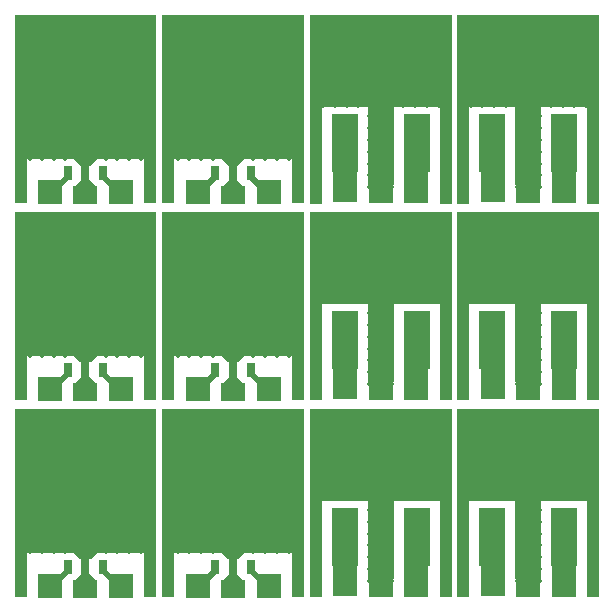
<source format=gtl>
G04 #@! TF.FileFunction,Copper,L1,Top,Signal*
%FSLAX46Y46*%
G04 Gerber Fmt 4.6, Leading zero omitted, Abs format (unit mm)*
G04 Created by KiCad (PCBNEW 4.0.1-stable) date 7/31/2016 2:21:32 PM*
%MOMM*%
G01*
G04 APERTURE LIST*
%ADD10C,0.100000*%
%ADD11C,0.500000*%
%ADD12R,1.000000X9.000000*%
%ADD13R,2.000000X2.800000*%
%ADD14R,2.160000X4.900000*%
%ADD15C,3.000000*%
%ADD16R,12.000000X7.800000*%
%ADD17R,2.260000X7.200000*%
%ADD18R,2.000000X1.600000*%
%ADD19R,10.600000X12.300000*%
%ADD20R,1.000000X16.000000*%
%ADD21R,0.700000X1.250000*%
%ADD22R,0.700000X1.500000*%
%ADD23R,1.900000X2.475000*%
%ADD24R,2.000000X2.000000*%
%ADD25R,2.000000X1.500000*%
G04 APERTURE END LIST*
D10*
D11*
X48650000Y-35334000D03*
X47650000Y-35334000D03*
X46650000Y-35334000D03*
X45650000Y-35334000D03*
X45650000Y-36334000D03*
X46650000Y-36334000D03*
X47650000Y-36334000D03*
X48650000Y-36334000D03*
X48650000Y-37334000D03*
X47650000Y-37334000D03*
X46650000Y-37334000D03*
X45650000Y-37334000D03*
X38850000Y-37334000D03*
X39850000Y-37334000D03*
X40850000Y-37334000D03*
X41850000Y-37334000D03*
X41850000Y-36334000D03*
X40850000Y-36334000D03*
X39850000Y-36334000D03*
X38850000Y-36334000D03*
X38850000Y-35334000D03*
X39850000Y-35334000D03*
X40850000Y-35334000D03*
X41850000Y-35334000D03*
X48650000Y-41334000D03*
X47650000Y-41334000D03*
X46650000Y-41334000D03*
X45650000Y-41334000D03*
X44650000Y-40334000D03*
X45650000Y-40334000D03*
X46650000Y-40334000D03*
X47650000Y-40334000D03*
X48650000Y-40334000D03*
X48650000Y-39334000D03*
X47650000Y-39334000D03*
X46650000Y-39334000D03*
X45650000Y-39334000D03*
X44650000Y-39334000D03*
X44650000Y-38334000D03*
X45650000Y-38334000D03*
X46650000Y-38334000D03*
X47650000Y-38334000D03*
X48650000Y-38334000D03*
X43750000Y-38834000D03*
X43750000Y-39834000D03*
X42850000Y-38334000D03*
X41850000Y-38334000D03*
X40850000Y-38334000D03*
X39850000Y-38334000D03*
X38850000Y-38334000D03*
X38850000Y-39334000D03*
X39850000Y-39334000D03*
X40850000Y-39334000D03*
X41850000Y-39334000D03*
X42850000Y-39334000D03*
X42850000Y-40334000D03*
X41850000Y-40334000D03*
X40850000Y-40334000D03*
X39850000Y-40334000D03*
X38850000Y-40334000D03*
X41850000Y-41334000D03*
X40850000Y-41334000D03*
X39850000Y-41334000D03*
X38850000Y-41334000D03*
X43750000Y-40834000D03*
X43750000Y-46834000D03*
X43750000Y-47834000D03*
X43750000Y-41834000D03*
X43750000Y-42834000D03*
X43750000Y-43834000D03*
X43750000Y-44834000D03*
X43750000Y-45834000D03*
X44650000Y-46334000D03*
X44650000Y-47334000D03*
X44650000Y-48334000D03*
X42850000Y-46334000D03*
X42850000Y-47334000D03*
X42850000Y-48334000D03*
X44650000Y-41334000D03*
X44650000Y-42334000D03*
X44650000Y-43334000D03*
X44650000Y-44334000D03*
X44650000Y-45334000D03*
X42850000Y-41334000D03*
X42850000Y-42334000D03*
X42850000Y-43334000D03*
X42850000Y-44334000D03*
X42850000Y-45334000D03*
D12*
X49250000Y-45234000D03*
X38250000Y-45234000D03*
D13*
X46750000Y-48334000D03*
D14*
X46800000Y-44634000D03*
D15*
X43750000Y-36734000D03*
D16*
X43750000Y-37634000D03*
D14*
X40700000Y-44634000D03*
D17*
X43750000Y-44634000D03*
D13*
X40750000Y-48234000D03*
D18*
X43750000Y-48934000D03*
D11*
X36150000Y-35334000D03*
X35150000Y-35334000D03*
X34150000Y-35334000D03*
X33150000Y-35334000D03*
X33150000Y-36334000D03*
X34150000Y-36334000D03*
X35150000Y-36334000D03*
X36150000Y-36334000D03*
X36150000Y-37334000D03*
X35150000Y-37334000D03*
X34150000Y-37334000D03*
X33150000Y-37334000D03*
X26350000Y-37334000D03*
X27350000Y-37334000D03*
X28350000Y-37334000D03*
X29350000Y-37334000D03*
X29350000Y-36334000D03*
X28350000Y-36334000D03*
X27350000Y-36334000D03*
X26350000Y-36334000D03*
X26350000Y-35334000D03*
X27350000Y-35334000D03*
X28350000Y-35334000D03*
X29350000Y-35334000D03*
X36150000Y-41334000D03*
X35150000Y-41334000D03*
X34150000Y-41334000D03*
X33150000Y-41334000D03*
X32150000Y-40334000D03*
X33150000Y-40334000D03*
X34150000Y-40334000D03*
X35150000Y-40334000D03*
X36150000Y-40334000D03*
X36150000Y-39334000D03*
X35150000Y-39334000D03*
X34150000Y-39334000D03*
X33150000Y-39334000D03*
X32150000Y-39334000D03*
X32150000Y-38334000D03*
X33150000Y-38334000D03*
X34150000Y-38334000D03*
X35150000Y-38334000D03*
X36150000Y-38334000D03*
X31250000Y-38834000D03*
X31250000Y-39834000D03*
X30350000Y-38334000D03*
X29350000Y-38334000D03*
X28350000Y-38334000D03*
X27350000Y-38334000D03*
X26350000Y-38334000D03*
X26350000Y-39334000D03*
X27350000Y-39334000D03*
X28350000Y-39334000D03*
X29350000Y-39334000D03*
X30350000Y-39334000D03*
X30350000Y-40334000D03*
X29350000Y-40334000D03*
X28350000Y-40334000D03*
X27350000Y-40334000D03*
X26350000Y-40334000D03*
X29350000Y-41334000D03*
X28350000Y-41334000D03*
X27350000Y-41334000D03*
X26350000Y-41334000D03*
X31250000Y-40834000D03*
X31250000Y-46834000D03*
X31250000Y-47834000D03*
X31250000Y-41834000D03*
X31250000Y-42834000D03*
X31250000Y-43834000D03*
X31250000Y-44834000D03*
X31250000Y-45834000D03*
X32150000Y-46334000D03*
X32150000Y-47334000D03*
X32150000Y-48334000D03*
X30350000Y-46334000D03*
X30350000Y-47334000D03*
X30350000Y-48334000D03*
X32150000Y-41334000D03*
X32150000Y-42334000D03*
X32150000Y-43334000D03*
X32150000Y-44334000D03*
X32150000Y-45334000D03*
X30350000Y-41334000D03*
X30350000Y-42334000D03*
X30350000Y-43334000D03*
X30350000Y-44334000D03*
X30350000Y-45334000D03*
D12*
X36750000Y-45234000D03*
X25750000Y-45234000D03*
D13*
X34250000Y-48334000D03*
D14*
X34300000Y-44634000D03*
D15*
X31250000Y-36734000D03*
D16*
X31250000Y-37634000D03*
D14*
X28200000Y-44634000D03*
D17*
X31250000Y-44634000D03*
D13*
X28250000Y-48234000D03*
D18*
X31250000Y-48934000D03*
D11*
X48650000Y-18667000D03*
X47650000Y-18667000D03*
X46650000Y-18667000D03*
X45650000Y-18667000D03*
X45650000Y-19667000D03*
X46650000Y-19667000D03*
X47650000Y-19667000D03*
X48650000Y-19667000D03*
X48650000Y-20667000D03*
X47650000Y-20667000D03*
X46650000Y-20667000D03*
X45650000Y-20667000D03*
X38850000Y-20667000D03*
X39850000Y-20667000D03*
X40850000Y-20667000D03*
X41850000Y-20667000D03*
X41850000Y-19667000D03*
X40850000Y-19667000D03*
X39850000Y-19667000D03*
X38850000Y-19667000D03*
X38850000Y-18667000D03*
X39850000Y-18667000D03*
X40850000Y-18667000D03*
X41850000Y-18667000D03*
X48650000Y-24667000D03*
X47650000Y-24667000D03*
X46650000Y-24667000D03*
X45650000Y-24667000D03*
X44650000Y-23667000D03*
X45650000Y-23667000D03*
X46650000Y-23667000D03*
X47650000Y-23667000D03*
X48650000Y-23667000D03*
X48650000Y-22667000D03*
X47650000Y-22667000D03*
X46650000Y-22667000D03*
X45650000Y-22667000D03*
X44650000Y-22667000D03*
X44650000Y-21667000D03*
X45650000Y-21667000D03*
X46650000Y-21667000D03*
X47650000Y-21667000D03*
X48650000Y-21667000D03*
X43750000Y-22167000D03*
X43750000Y-23167000D03*
X42850000Y-21667000D03*
X41850000Y-21667000D03*
X40850000Y-21667000D03*
X39850000Y-21667000D03*
X38850000Y-21667000D03*
X38850000Y-22667000D03*
X39850000Y-22667000D03*
X40850000Y-22667000D03*
X41850000Y-22667000D03*
X42850000Y-22667000D03*
X42850000Y-23667000D03*
X41850000Y-23667000D03*
X40850000Y-23667000D03*
X39850000Y-23667000D03*
X38850000Y-23667000D03*
X41850000Y-24667000D03*
X40850000Y-24667000D03*
X39850000Y-24667000D03*
X38850000Y-24667000D03*
X43750000Y-24167000D03*
X43750000Y-30167000D03*
X43750000Y-31167000D03*
X43750000Y-25167000D03*
X43750000Y-26167000D03*
X43750000Y-27167000D03*
X43750000Y-28167000D03*
X43750000Y-29167000D03*
X44650000Y-29667000D03*
X44650000Y-30667000D03*
X44650000Y-31667000D03*
X42850000Y-29667000D03*
X42850000Y-30667000D03*
X42850000Y-31667000D03*
X44650000Y-24667000D03*
X44650000Y-25667000D03*
X44650000Y-26667000D03*
X44650000Y-27667000D03*
X44650000Y-28667000D03*
X42850000Y-24667000D03*
X42850000Y-25667000D03*
X42850000Y-26667000D03*
X42850000Y-27667000D03*
X42850000Y-28667000D03*
D12*
X49250000Y-28567000D03*
X38250000Y-28567000D03*
D13*
X46750000Y-31667000D03*
D14*
X46800000Y-27967000D03*
D15*
X43750000Y-20067000D03*
D16*
X43750000Y-20967000D03*
D14*
X40700000Y-27967000D03*
D17*
X43750000Y-27967000D03*
D13*
X40750000Y-31567000D03*
D18*
X43750000Y-32267000D03*
D11*
X36150000Y-18667000D03*
X35150000Y-18667000D03*
X34150000Y-18667000D03*
X33150000Y-18667000D03*
X33150000Y-19667000D03*
X34150000Y-19667000D03*
X35150000Y-19667000D03*
X36150000Y-19667000D03*
X36150000Y-20667000D03*
X35150000Y-20667000D03*
X34150000Y-20667000D03*
X33150000Y-20667000D03*
X26350000Y-20667000D03*
X27350000Y-20667000D03*
X28350000Y-20667000D03*
X29350000Y-20667000D03*
X29350000Y-19667000D03*
X28350000Y-19667000D03*
X27350000Y-19667000D03*
X26350000Y-19667000D03*
X26350000Y-18667000D03*
X27350000Y-18667000D03*
X28350000Y-18667000D03*
X29350000Y-18667000D03*
X36150000Y-24667000D03*
X35150000Y-24667000D03*
X34150000Y-24667000D03*
X33150000Y-24667000D03*
X32150000Y-23667000D03*
X33150000Y-23667000D03*
X34150000Y-23667000D03*
X35150000Y-23667000D03*
X36150000Y-23667000D03*
X36150000Y-22667000D03*
X35150000Y-22667000D03*
X34150000Y-22667000D03*
X33150000Y-22667000D03*
X32150000Y-22667000D03*
X32150000Y-21667000D03*
X33150000Y-21667000D03*
X34150000Y-21667000D03*
X35150000Y-21667000D03*
X36150000Y-21667000D03*
X31250000Y-22167000D03*
X31250000Y-23167000D03*
X30350000Y-21667000D03*
X29350000Y-21667000D03*
X28350000Y-21667000D03*
X27350000Y-21667000D03*
X26350000Y-21667000D03*
X26350000Y-22667000D03*
X27350000Y-22667000D03*
X28350000Y-22667000D03*
X29350000Y-22667000D03*
X30350000Y-22667000D03*
X30350000Y-23667000D03*
X29350000Y-23667000D03*
X28350000Y-23667000D03*
X27350000Y-23667000D03*
X26350000Y-23667000D03*
X29350000Y-24667000D03*
X28350000Y-24667000D03*
X27350000Y-24667000D03*
X26350000Y-24667000D03*
X31250000Y-24167000D03*
X31250000Y-30167000D03*
X31250000Y-31167000D03*
X31250000Y-25167000D03*
X31250000Y-26167000D03*
X31250000Y-27167000D03*
X31250000Y-28167000D03*
X31250000Y-29167000D03*
X32150000Y-29667000D03*
X32150000Y-30667000D03*
X32150000Y-31667000D03*
X30350000Y-29667000D03*
X30350000Y-30667000D03*
X30350000Y-31667000D03*
X32150000Y-24667000D03*
X32150000Y-25667000D03*
X32150000Y-26667000D03*
X32150000Y-27667000D03*
X32150000Y-28667000D03*
X30350000Y-24667000D03*
X30350000Y-25667000D03*
X30350000Y-26667000D03*
X30350000Y-27667000D03*
X30350000Y-28667000D03*
D12*
X36750000Y-28567000D03*
X25750000Y-28567000D03*
D13*
X34250000Y-31667000D03*
D14*
X34300000Y-27967000D03*
D15*
X31250000Y-20067000D03*
D16*
X31250000Y-20967000D03*
D14*
X28200000Y-27967000D03*
D17*
X31250000Y-27967000D03*
D13*
X28250000Y-31567000D03*
D18*
X31250000Y-32267000D03*
D11*
X48650000Y-2000000D03*
X47650000Y-2000000D03*
X46650000Y-2000000D03*
X45650000Y-2000000D03*
X45650000Y-3000000D03*
X46650000Y-3000000D03*
X47650000Y-3000000D03*
X48650000Y-3000000D03*
X48650000Y-4000000D03*
X47650000Y-4000000D03*
X46650000Y-4000000D03*
X45650000Y-4000000D03*
X38850000Y-4000000D03*
X39850000Y-4000000D03*
X40850000Y-4000000D03*
X41850000Y-4000000D03*
X41850000Y-3000000D03*
X40850000Y-3000000D03*
X39850000Y-3000000D03*
X38850000Y-3000000D03*
X38850000Y-2000000D03*
X39850000Y-2000000D03*
X40850000Y-2000000D03*
X41850000Y-2000000D03*
X48650000Y-8000000D03*
X47650000Y-8000000D03*
X46650000Y-8000000D03*
X45650000Y-8000000D03*
X44650000Y-7000000D03*
X45650000Y-7000000D03*
X46650000Y-7000000D03*
X47650000Y-7000000D03*
X48650000Y-7000000D03*
X48650000Y-6000000D03*
X47650000Y-6000000D03*
X46650000Y-6000000D03*
X45650000Y-6000000D03*
X44650000Y-6000000D03*
X44650000Y-5000000D03*
X45650000Y-5000000D03*
X46650000Y-5000000D03*
X47650000Y-5000000D03*
X48650000Y-5000000D03*
X43750000Y-5500000D03*
X43750000Y-6500000D03*
X42850000Y-5000000D03*
X41850000Y-5000000D03*
X40850000Y-5000000D03*
X39850000Y-5000000D03*
X38850000Y-5000000D03*
X38850000Y-6000000D03*
X39850000Y-6000000D03*
X40850000Y-6000000D03*
X41850000Y-6000000D03*
X42850000Y-6000000D03*
X42850000Y-7000000D03*
X41850000Y-7000000D03*
X40850000Y-7000000D03*
X39850000Y-7000000D03*
X38850000Y-7000000D03*
X41850000Y-8000000D03*
X40850000Y-8000000D03*
X39850000Y-8000000D03*
X38850000Y-8000000D03*
X43750000Y-7500000D03*
X43750000Y-13500000D03*
X43750000Y-14500000D03*
X43750000Y-8500000D03*
X43750000Y-9500000D03*
X43750000Y-10500000D03*
X43750000Y-11500000D03*
X43750000Y-12500000D03*
X44650000Y-13000000D03*
X44650000Y-14000000D03*
X44650000Y-15000000D03*
X42850000Y-13000000D03*
X42850000Y-14000000D03*
X42850000Y-15000000D03*
X44650000Y-8000000D03*
X44650000Y-9000000D03*
X44650000Y-10000000D03*
X44650000Y-11000000D03*
X44650000Y-12000000D03*
X42850000Y-8000000D03*
X42850000Y-9000000D03*
X42850000Y-10000000D03*
X42850000Y-11000000D03*
X42850000Y-12000000D03*
D12*
X49250000Y-11900000D03*
X38250000Y-11900000D03*
D13*
X46750000Y-15000000D03*
D14*
X46800000Y-11300000D03*
D15*
X43750000Y-3400000D03*
D16*
X43750000Y-4300000D03*
D14*
X40700000Y-11300000D03*
D17*
X43750000Y-11300000D03*
D13*
X40750000Y-14900000D03*
D18*
X43750000Y-15600000D03*
D11*
X36150000Y-2000000D03*
X35150000Y-2000000D03*
X34150000Y-2000000D03*
X33150000Y-2000000D03*
X33150000Y-3000000D03*
X34150000Y-3000000D03*
X35150000Y-3000000D03*
X36150000Y-3000000D03*
X36150000Y-4000000D03*
X35150000Y-4000000D03*
X34150000Y-4000000D03*
X33150000Y-4000000D03*
X26350000Y-4000000D03*
X27350000Y-4000000D03*
X28350000Y-4000000D03*
X29350000Y-4000000D03*
X29350000Y-3000000D03*
X28350000Y-3000000D03*
X27350000Y-3000000D03*
X26350000Y-3000000D03*
X26350000Y-2000000D03*
X27350000Y-2000000D03*
X28350000Y-2000000D03*
X29350000Y-2000000D03*
X36150000Y-8000000D03*
X35150000Y-8000000D03*
X34150000Y-8000000D03*
X33150000Y-8000000D03*
X32150000Y-7000000D03*
X33150000Y-7000000D03*
X34150000Y-7000000D03*
X35150000Y-7000000D03*
X36150000Y-7000000D03*
X36150000Y-6000000D03*
X35150000Y-6000000D03*
X34150000Y-6000000D03*
X33150000Y-6000000D03*
X32150000Y-6000000D03*
X32150000Y-5000000D03*
X33150000Y-5000000D03*
X34150000Y-5000000D03*
X35150000Y-5000000D03*
X36150000Y-5000000D03*
X31250000Y-5500000D03*
X31250000Y-6500000D03*
X30350000Y-5000000D03*
X29350000Y-5000000D03*
X28350000Y-5000000D03*
X27350000Y-5000000D03*
X26350000Y-5000000D03*
X26350000Y-6000000D03*
X27350000Y-6000000D03*
X28350000Y-6000000D03*
X29350000Y-6000000D03*
X30350000Y-6000000D03*
X30350000Y-7000000D03*
X29350000Y-7000000D03*
X28350000Y-7000000D03*
X27350000Y-7000000D03*
X26350000Y-7000000D03*
X29350000Y-8000000D03*
X28350000Y-8000000D03*
X27350000Y-8000000D03*
X26350000Y-8000000D03*
X31250000Y-7500000D03*
X31250000Y-13500000D03*
X31250000Y-14500000D03*
X31250000Y-8500000D03*
X31250000Y-9500000D03*
X31250000Y-10500000D03*
X31250000Y-11500000D03*
X31250000Y-12500000D03*
X32150000Y-13000000D03*
X32150000Y-14000000D03*
X32150000Y-15000000D03*
X30350000Y-13000000D03*
X30350000Y-14000000D03*
X30350000Y-15000000D03*
X32150000Y-8000000D03*
X32150000Y-9000000D03*
X32150000Y-10000000D03*
X32150000Y-11000000D03*
X32150000Y-12000000D03*
X30350000Y-8000000D03*
X30350000Y-9000000D03*
X30350000Y-10000000D03*
X30350000Y-11000000D03*
X30350000Y-12000000D03*
D12*
X36750000Y-11900000D03*
X25750000Y-11900000D03*
D13*
X34250000Y-15000000D03*
D14*
X34300000Y-11300000D03*
D15*
X31250000Y-3400000D03*
D16*
X31250000Y-4300000D03*
D14*
X28200000Y-11300000D03*
D17*
X31250000Y-11300000D03*
D13*
X28250000Y-14900000D03*
D18*
X31250000Y-15600000D03*
D19*
X6250000Y-6550000D03*
D11*
X10950000Y-2500000D03*
X9950000Y-2500000D03*
X8950000Y-2500000D03*
X7950000Y-2500000D03*
X7950000Y-3500000D03*
X8950000Y-3500000D03*
X9950000Y-3500000D03*
X10950000Y-3500000D03*
X10950000Y-4500000D03*
X9950000Y-4500000D03*
X8950000Y-4500000D03*
X7950000Y-4500000D03*
X1550000Y-4500000D03*
X2550000Y-4500000D03*
X3550000Y-4500000D03*
X4550000Y-4500000D03*
X4550000Y-3500000D03*
X3550000Y-3500000D03*
X2550000Y-3500000D03*
X1550000Y-3500000D03*
X1550000Y-2500000D03*
X2550000Y-2500000D03*
X3550000Y-2500000D03*
X4550000Y-2500000D03*
X6250000Y-9000000D03*
X6950000Y-6500000D03*
X6950000Y-7500000D03*
X6950000Y-8500000D03*
X5550000Y-8500000D03*
X5550000Y-7500000D03*
X5550000Y-6500000D03*
D20*
X11750000Y-8400000D03*
D11*
X6250000Y-13000000D03*
X6250000Y-10000000D03*
X6250000Y-12000000D03*
X6250000Y-11000000D03*
X4550000Y-12500000D03*
X3550000Y-12500000D03*
X2550000Y-12500000D03*
X1550000Y-12500000D03*
X6950000Y-12500000D03*
X5550000Y-12500000D03*
X6950000Y-11500000D03*
X6950000Y-9500000D03*
X5550000Y-9500000D03*
X5550000Y-5500000D03*
X6950000Y-5500000D03*
X10950000Y-12500000D03*
X9950000Y-12500000D03*
X8950000Y-12500000D03*
X7950000Y-12500000D03*
X7950000Y-11500000D03*
X8950000Y-11500000D03*
X9950000Y-11500000D03*
X10950000Y-11500000D03*
X10950000Y-10500000D03*
X9950000Y-10500000D03*
X8950000Y-10500000D03*
X7950000Y-10500000D03*
X7950000Y-9500000D03*
X8950000Y-9500000D03*
X9950000Y-9500000D03*
X10950000Y-9500000D03*
X10950000Y-8500000D03*
X9950000Y-8500000D03*
X8950000Y-8500000D03*
X7950000Y-8500000D03*
X7950000Y-7500000D03*
X8950000Y-7500000D03*
X9950000Y-7500000D03*
X10950000Y-7500000D03*
X10950000Y-6500000D03*
X9950000Y-6500000D03*
X8950000Y-6500000D03*
X7950000Y-6500000D03*
X7950000Y-5500000D03*
X8950000Y-5500000D03*
X9950000Y-5500000D03*
X10950000Y-5500000D03*
X4550000Y-5500000D03*
X3550000Y-5500000D03*
X2550000Y-5500000D03*
X1550000Y-5500000D03*
X1550000Y-6500000D03*
X2550000Y-6500000D03*
X3550000Y-6500000D03*
X4550000Y-6500000D03*
X4550000Y-7500000D03*
X3550000Y-7500000D03*
X2550000Y-7500000D03*
X1550000Y-7500000D03*
X1550000Y-8500000D03*
X2550000Y-8500000D03*
X3550000Y-8500000D03*
X4550000Y-8500000D03*
X4550000Y-9500000D03*
X3550000Y-9500000D03*
X2550000Y-9500000D03*
X1550000Y-9500000D03*
X1550000Y-10500000D03*
X2550000Y-10500000D03*
X3550000Y-10500000D03*
X4550000Y-10500000D03*
X4550000Y-11500000D03*
X3550000Y-11500000D03*
X2550000Y-11500000D03*
X1550000Y-11500000D03*
X6950000Y-10500000D03*
X5550000Y-11500000D03*
D21*
X4750000Y-13800000D03*
D22*
X6250000Y-13800000D03*
D21*
X7750000Y-13800000D03*
D10*
G36*
X7200000Y-12650000D02*
X6675000Y-13175000D01*
X5825000Y-13175000D01*
X5300000Y-12650000D01*
X7200000Y-12650000D01*
X7200000Y-12650000D01*
G37*
D23*
X6250000Y-11412500D03*
D11*
X5550000Y-10500000D03*
D24*
X3250000Y-15400000D03*
D10*
G36*
X5400000Y-14930000D02*
X5900000Y-14430000D01*
X6600000Y-14430000D01*
X7100000Y-14930000D01*
X5400000Y-14930000D01*
X5400000Y-14930000D01*
G37*
D25*
X6250000Y-15650000D03*
D24*
X9250000Y-15400000D03*
D10*
G36*
X4173223Y-15030330D02*
X3819670Y-14676777D01*
X4526777Y-13969670D01*
X4880330Y-14323223D01*
X4173223Y-15030330D01*
X4173223Y-15030330D01*
G37*
G36*
X8326777Y-15030330D02*
X7619670Y-14323223D01*
X7973223Y-13969670D01*
X8680330Y-14676777D01*
X8326777Y-15030330D01*
X8326777Y-15030330D01*
G37*
D15*
X6250000Y-3400000D03*
D20*
X750000Y-8400000D03*
D19*
X18750000Y-6550000D03*
D11*
X23450000Y-2500000D03*
X22450000Y-2500000D03*
X21450000Y-2500000D03*
X20450000Y-2500000D03*
X20450000Y-3500000D03*
X21450000Y-3500000D03*
X22450000Y-3500000D03*
X23450000Y-3500000D03*
X23450000Y-4500000D03*
X22450000Y-4500000D03*
X21450000Y-4500000D03*
X20450000Y-4500000D03*
X14050000Y-4500000D03*
X15050000Y-4500000D03*
X16050000Y-4500000D03*
X17050000Y-4500000D03*
X17050000Y-3500000D03*
X16050000Y-3500000D03*
X15050000Y-3500000D03*
X14050000Y-3500000D03*
X14050000Y-2500000D03*
X15050000Y-2500000D03*
X16050000Y-2500000D03*
X17050000Y-2500000D03*
X18750000Y-9000000D03*
X19450000Y-6500000D03*
X19450000Y-7500000D03*
X19450000Y-8500000D03*
X18050000Y-8500000D03*
X18050000Y-7500000D03*
X18050000Y-6500000D03*
D20*
X24250000Y-8400000D03*
D11*
X18750000Y-13000000D03*
X18750000Y-10000000D03*
X18750000Y-12000000D03*
X18750000Y-11000000D03*
X17050000Y-12500000D03*
X16050000Y-12500000D03*
X15050000Y-12500000D03*
X14050000Y-12500000D03*
X19450000Y-12500000D03*
X18050000Y-12500000D03*
X19450000Y-11500000D03*
X19450000Y-9500000D03*
X18050000Y-9500000D03*
X18050000Y-5500000D03*
X19450000Y-5500000D03*
X23450000Y-12500000D03*
X22450000Y-12500000D03*
X21450000Y-12500000D03*
X20450000Y-12500000D03*
X20450000Y-11500000D03*
X21450000Y-11500000D03*
X22450000Y-11500000D03*
X23450000Y-11500000D03*
X23450000Y-10500000D03*
X22450000Y-10500000D03*
X21450000Y-10500000D03*
X20450000Y-10500000D03*
X20450000Y-9500000D03*
X21450000Y-9500000D03*
X22450000Y-9500000D03*
X23450000Y-9500000D03*
X23450000Y-8500000D03*
X22450000Y-8500000D03*
X21450000Y-8500000D03*
X20450000Y-8500000D03*
X20450000Y-7500000D03*
X21450000Y-7500000D03*
X22450000Y-7500000D03*
X23450000Y-7500000D03*
X23450000Y-6500000D03*
X22450000Y-6500000D03*
X21450000Y-6500000D03*
X20450000Y-6500000D03*
X20450000Y-5500000D03*
X21450000Y-5500000D03*
X22450000Y-5500000D03*
X23450000Y-5500000D03*
X17050000Y-5500000D03*
X16050000Y-5500000D03*
X15050000Y-5500000D03*
X14050000Y-5500000D03*
X14050000Y-6500000D03*
X15050000Y-6500000D03*
X16050000Y-6500000D03*
X17050000Y-6500000D03*
X17050000Y-7500000D03*
X16050000Y-7500000D03*
X15050000Y-7500000D03*
X14050000Y-7500000D03*
X14050000Y-8500000D03*
X15050000Y-8500000D03*
X16050000Y-8500000D03*
X17050000Y-8500000D03*
X17050000Y-9500000D03*
X16050000Y-9500000D03*
X15050000Y-9500000D03*
X14050000Y-9500000D03*
X14050000Y-10500000D03*
X15050000Y-10500000D03*
X16050000Y-10500000D03*
X17050000Y-10500000D03*
X17050000Y-11500000D03*
X16050000Y-11500000D03*
X15050000Y-11500000D03*
X14050000Y-11500000D03*
X19450000Y-10500000D03*
X18050000Y-11500000D03*
D21*
X17250000Y-13800000D03*
D22*
X18750000Y-13800000D03*
D21*
X20250000Y-13800000D03*
D10*
G36*
X19700000Y-12650000D02*
X19175000Y-13175000D01*
X18325000Y-13175000D01*
X17800000Y-12650000D01*
X19700000Y-12650000D01*
X19700000Y-12650000D01*
G37*
D23*
X18750000Y-11412500D03*
D11*
X18050000Y-10500000D03*
D24*
X15750000Y-15400000D03*
D10*
G36*
X17900000Y-14930000D02*
X18400000Y-14430000D01*
X19100000Y-14430000D01*
X19600000Y-14930000D01*
X17900000Y-14930000D01*
X17900000Y-14930000D01*
G37*
D25*
X18750000Y-15650000D03*
D24*
X21750000Y-15400000D03*
D10*
G36*
X16673223Y-15030330D02*
X16319670Y-14676777D01*
X17026777Y-13969670D01*
X17380330Y-14323223D01*
X16673223Y-15030330D01*
X16673223Y-15030330D01*
G37*
G36*
X20826777Y-15030330D02*
X20119670Y-14323223D01*
X20473223Y-13969670D01*
X21180330Y-14676777D01*
X20826777Y-15030330D01*
X20826777Y-15030330D01*
G37*
D15*
X18750000Y-3400000D03*
D20*
X13250000Y-8400000D03*
D19*
X6250000Y-23217000D03*
D11*
X10950000Y-19167000D03*
X9950000Y-19167000D03*
X8950000Y-19167000D03*
X7950000Y-19167000D03*
X7950000Y-20167000D03*
X8950000Y-20167000D03*
X9950000Y-20167000D03*
X10950000Y-20167000D03*
X10950000Y-21167000D03*
X9950000Y-21167000D03*
X8950000Y-21167000D03*
X7950000Y-21167000D03*
X1550000Y-21167000D03*
X2550000Y-21167000D03*
X3550000Y-21167000D03*
X4550000Y-21167000D03*
X4550000Y-20167000D03*
X3550000Y-20167000D03*
X2550000Y-20167000D03*
X1550000Y-20167000D03*
X1550000Y-19167000D03*
X2550000Y-19167000D03*
X3550000Y-19167000D03*
X4550000Y-19167000D03*
X6250000Y-25667000D03*
X6950000Y-23167000D03*
X6950000Y-24167000D03*
X6950000Y-25167000D03*
X5550000Y-25167000D03*
X5550000Y-24167000D03*
X5550000Y-23167000D03*
D20*
X11750000Y-25067000D03*
D11*
X6250000Y-29667000D03*
X6250000Y-26667000D03*
X6250000Y-28667000D03*
X6250000Y-27667000D03*
X4550000Y-29167000D03*
X3550000Y-29167000D03*
X2550000Y-29167000D03*
X1550000Y-29167000D03*
X6950000Y-29167000D03*
X5550000Y-29167000D03*
X6950000Y-28167000D03*
X6950000Y-26167000D03*
X5550000Y-26167000D03*
X5550000Y-22167000D03*
X6950000Y-22167000D03*
X10950000Y-29167000D03*
X9950000Y-29167000D03*
X8950000Y-29167000D03*
X7950000Y-29167000D03*
X7950000Y-28167000D03*
X8950000Y-28167000D03*
X9950000Y-28167000D03*
X10950000Y-28167000D03*
X10950000Y-27167000D03*
X9950000Y-27167000D03*
X8950000Y-27167000D03*
X7950000Y-27167000D03*
X7950000Y-26167000D03*
X8950000Y-26167000D03*
X9950000Y-26167000D03*
X10950000Y-26167000D03*
X10950000Y-25167000D03*
X9950000Y-25167000D03*
X8950000Y-25167000D03*
X7950000Y-25167000D03*
X7950000Y-24167000D03*
X8950000Y-24167000D03*
X9950000Y-24167000D03*
X10950000Y-24167000D03*
X10950000Y-23167000D03*
X9950000Y-23167000D03*
X8950000Y-23167000D03*
X7950000Y-23167000D03*
X7950000Y-22167000D03*
X8950000Y-22167000D03*
X9950000Y-22167000D03*
X10950000Y-22167000D03*
X4550000Y-22167000D03*
X3550000Y-22167000D03*
X2550000Y-22167000D03*
X1550000Y-22167000D03*
X1550000Y-23167000D03*
X2550000Y-23167000D03*
X3550000Y-23167000D03*
X4550000Y-23167000D03*
X4550000Y-24167000D03*
X3550000Y-24167000D03*
X2550000Y-24167000D03*
X1550000Y-24167000D03*
X1550000Y-25167000D03*
X2550000Y-25167000D03*
X3550000Y-25167000D03*
X4550000Y-25167000D03*
X4550000Y-26167000D03*
X3550000Y-26167000D03*
X2550000Y-26167000D03*
X1550000Y-26167000D03*
X1550000Y-27167000D03*
X2550000Y-27167000D03*
X3550000Y-27167000D03*
X4550000Y-27167000D03*
X4550000Y-28167000D03*
X3550000Y-28167000D03*
X2550000Y-28167000D03*
X1550000Y-28167000D03*
X6950000Y-27167000D03*
X5550000Y-28167000D03*
D21*
X4750000Y-30467000D03*
D22*
X6250000Y-30467000D03*
D21*
X7750000Y-30467000D03*
D10*
G36*
X7200000Y-29317000D02*
X6675000Y-29842000D01*
X5825000Y-29842000D01*
X5300000Y-29317000D01*
X7200000Y-29317000D01*
X7200000Y-29317000D01*
G37*
D23*
X6250000Y-28079500D03*
D11*
X5550000Y-27167000D03*
D24*
X3250000Y-32067000D03*
D10*
G36*
X5400000Y-31597000D02*
X5900000Y-31097000D01*
X6600000Y-31097000D01*
X7100000Y-31597000D01*
X5400000Y-31597000D01*
X5400000Y-31597000D01*
G37*
D25*
X6250000Y-32317000D03*
D24*
X9250000Y-32067000D03*
D10*
G36*
X4173223Y-31697330D02*
X3819670Y-31343777D01*
X4526777Y-30636670D01*
X4880330Y-30990223D01*
X4173223Y-31697330D01*
X4173223Y-31697330D01*
G37*
G36*
X8326777Y-31697330D02*
X7619670Y-30990223D01*
X7973223Y-30636670D01*
X8680330Y-31343777D01*
X8326777Y-31697330D01*
X8326777Y-31697330D01*
G37*
D15*
X6250000Y-20067000D03*
D20*
X750000Y-25067000D03*
D19*
X18750000Y-23217000D03*
D11*
X23450000Y-19167000D03*
X22450000Y-19167000D03*
X21450000Y-19167000D03*
X20450000Y-19167000D03*
X20450000Y-20167000D03*
X21450000Y-20167000D03*
X22450000Y-20167000D03*
X23450000Y-20167000D03*
X23450000Y-21167000D03*
X22450000Y-21167000D03*
X21450000Y-21167000D03*
X20450000Y-21167000D03*
X14050000Y-21167000D03*
X15050000Y-21167000D03*
X16050000Y-21167000D03*
X17050000Y-21167000D03*
X17050000Y-20167000D03*
X16050000Y-20167000D03*
X15050000Y-20167000D03*
X14050000Y-20167000D03*
X14050000Y-19167000D03*
X15050000Y-19167000D03*
X16050000Y-19167000D03*
X17050000Y-19167000D03*
X18750000Y-25667000D03*
X19450000Y-23167000D03*
X19450000Y-24167000D03*
X19450000Y-25167000D03*
X18050000Y-25167000D03*
X18050000Y-24167000D03*
X18050000Y-23167000D03*
D20*
X24250000Y-25067000D03*
D11*
X18750000Y-29667000D03*
X18750000Y-26667000D03*
X18750000Y-28667000D03*
X18750000Y-27667000D03*
X17050000Y-29167000D03*
X16050000Y-29167000D03*
X15050000Y-29167000D03*
X14050000Y-29167000D03*
X19450000Y-29167000D03*
X18050000Y-29167000D03*
X19450000Y-28167000D03*
X19450000Y-26167000D03*
X18050000Y-26167000D03*
X18050000Y-22167000D03*
X19450000Y-22167000D03*
X23450000Y-29167000D03*
X22450000Y-29167000D03*
X21450000Y-29167000D03*
X20450000Y-29167000D03*
X20450000Y-28167000D03*
X21450000Y-28167000D03*
X22450000Y-28167000D03*
X23450000Y-28167000D03*
X23450000Y-27167000D03*
X22450000Y-27167000D03*
X21450000Y-27167000D03*
X20450000Y-27167000D03*
X20450000Y-26167000D03*
X21450000Y-26167000D03*
X22450000Y-26167000D03*
X23450000Y-26167000D03*
X23450000Y-25167000D03*
X22450000Y-25167000D03*
X21450000Y-25167000D03*
X20450000Y-25167000D03*
X20450000Y-24167000D03*
X21450000Y-24167000D03*
X22450000Y-24167000D03*
X23450000Y-24167000D03*
X23450000Y-23167000D03*
X22450000Y-23167000D03*
X21450000Y-23167000D03*
X20450000Y-23167000D03*
X20450000Y-22167000D03*
X21450000Y-22167000D03*
X22450000Y-22167000D03*
X23450000Y-22167000D03*
X17050000Y-22167000D03*
X16050000Y-22167000D03*
X15050000Y-22167000D03*
X14050000Y-22167000D03*
X14050000Y-23167000D03*
X15050000Y-23167000D03*
X16050000Y-23167000D03*
X17050000Y-23167000D03*
X17050000Y-24167000D03*
X16050000Y-24167000D03*
X15050000Y-24167000D03*
X14050000Y-24167000D03*
X14050000Y-25167000D03*
X15050000Y-25167000D03*
X16050000Y-25167000D03*
X17050000Y-25167000D03*
X17050000Y-26167000D03*
X16050000Y-26167000D03*
X15050000Y-26167000D03*
X14050000Y-26167000D03*
X14050000Y-27167000D03*
X15050000Y-27167000D03*
X16050000Y-27167000D03*
X17050000Y-27167000D03*
X17050000Y-28167000D03*
X16050000Y-28167000D03*
X15050000Y-28167000D03*
X14050000Y-28167000D03*
X19450000Y-27167000D03*
X18050000Y-28167000D03*
D21*
X17250000Y-30467000D03*
D22*
X18750000Y-30467000D03*
D21*
X20250000Y-30467000D03*
D10*
G36*
X19700000Y-29317000D02*
X19175000Y-29842000D01*
X18325000Y-29842000D01*
X17800000Y-29317000D01*
X19700000Y-29317000D01*
X19700000Y-29317000D01*
G37*
D23*
X18750000Y-28079500D03*
D11*
X18050000Y-27167000D03*
D24*
X15750000Y-32067000D03*
D10*
G36*
X17900000Y-31597000D02*
X18400000Y-31097000D01*
X19100000Y-31097000D01*
X19600000Y-31597000D01*
X17900000Y-31597000D01*
X17900000Y-31597000D01*
G37*
D25*
X18750000Y-32317000D03*
D24*
X21750000Y-32067000D03*
D10*
G36*
X16673223Y-31697330D02*
X16319670Y-31343777D01*
X17026777Y-30636670D01*
X17380330Y-30990223D01*
X16673223Y-31697330D01*
X16673223Y-31697330D01*
G37*
G36*
X20826777Y-31697330D02*
X20119670Y-30990223D01*
X20473223Y-30636670D01*
X21180330Y-31343777D01*
X20826777Y-31697330D01*
X20826777Y-31697330D01*
G37*
D15*
X18750000Y-20067000D03*
D20*
X13250000Y-25067000D03*
D19*
X6250000Y-39884000D03*
D11*
X10950000Y-35834000D03*
X9950000Y-35834000D03*
X8950000Y-35834000D03*
X7950000Y-35834000D03*
X7950000Y-36834000D03*
X8950000Y-36834000D03*
X9950000Y-36834000D03*
X10950000Y-36834000D03*
X10950000Y-37834000D03*
X9950000Y-37834000D03*
X8950000Y-37834000D03*
X7950000Y-37834000D03*
X1550000Y-37834000D03*
X2550000Y-37834000D03*
X3550000Y-37834000D03*
X4550000Y-37834000D03*
X4550000Y-36834000D03*
X3550000Y-36834000D03*
X2550000Y-36834000D03*
X1550000Y-36834000D03*
X1550000Y-35834000D03*
X2550000Y-35834000D03*
X3550000Y-35834000D03*
X4550000Y-35834000D03*
X6250000Y-42334000D03*
X6950000Y-39834000D03*
X6950000Y-40834000D03*
X6950000Y-41834000D03*
X5550000Y-41834000D03*
X5550000Y-40834000D03*
X5550000Y-39834000D03*
D20*
X11750000Y-41734000D03*
D11*
X6250000Y-46334000D03*
X6250000Y-43334000D03*
X6250000Y-45334000D03*
X6250000Y-44334000D03*
X4550000Y-45834000D03*
X3550000Y-45834000D03*
X2550000Y-45834000D03*
X1550000Y-45834000D03*
X6950000Y-45834000D03*
X5550000Y-45834000D03*
X6950000Y-44834000D03*
X6950000Y-42834000D03*
X5550000Y-42834000D03*
X5550000Y-38834000D03*
X6950000Y-38834000D03*
X10950000Y-45834000D03*
X9950000Y-45834000D03*
X8950000Y-45834000D03*
X7950000Y-45834000D03*
X7950000Y-44834000D03*
X8950000Y-44834000D03*
X9950000Y-44834000D03*
X10950000Y-44834000D03*
X10950000Y-43834000D03*
X9950000Y-43834000D03*
X8950000Y-43834000D03*
X7950000Y-43834000D03*
X7950000Y-42834000D03*
X8950000Y-42834000D03*
X9950000Y-42834000D03*
X10950000Y-42834000D03*
X10950000Y-41834000D03*
X9950000Y-41834000D03*
X8950000Y-41834000D03*
X7950000Y-41834000D03*
X7950000Y-40834000D03*
X8950000Y-40834000D03*
X9950000Y-40834000D03*
X10950000Y-40834000D03*
X10950000Y-39834000D03*
X9950000Y-39834000D03*
X8950000Y-39834000D03*
X7950000Y-39834000D03*
X7950000Y-38834000D03*
X8950000Y-38834000D03*
X9950000Y-38834000D03*
X10950000Y-38834000D03*
X4550000Y-38834000D03*
X3550000Y-38834000D03*
X2550000Y-38834000D03*
X1550000Y-38834000D03*
X1550000Y-39834000D03*
X2550000Y-39834000D03*
X3550000Y-39834000D03*
X4550000Y-39834000D03*
X4550000Y-40834000D03*
X3550000Y-40834000D03*
X2550000Y-40834000D03*
X1550000Y-40834000D03*
X1550000Y-41834000D03*
X2550000Y-41834000D03*
X3550000Y-41834000D03*
X4550000Y-41834000D03*
X4550000Y-42834000D03*
X3550000Y-42834000D03*
X2550000Y-42834000D03*
X1550000Y-42834000D03*
X1550000Y-43834000D03*
X2550000Y-43834000D03*
X3550000Y-43834000D03*
X4550000Y-43834000D03*
X4550000Y-44834000D03*
X3550000Y-44834000D03*
X2550000Y-44834000D03*
X1550000Y-44834000D03*
X6950000Y-43834000D03*
X5550000Y-44834000D03*
D21*
X4750000Y-47134000D03*
D22*
X6250000Y-47134000D03*
D21*
X7750000Y-47134000D03*
D10*
G36*
X7200000Y-45984000D02*
X6675000Y-46509000D01*
X5825000Y-46509000D01*
X5300000Y-45984000D01*
X7200000Y-45984000D01*
X7200000Y-45984000D01*
G37*
D23*
X6250000Y-44746500D03*
D11*
X5550000Y-43834000D03*
D24*
X3250000Y-48734000D03*
D10*
G36*
X5400000Y-48264000D02*
X5900000Y-47764000D01*
X6600000Y-47764000D01*
X7100000Y-48264000D01*
X5400000Y-48264000D01*
X5400000Y-48264000D01*
G37*
D25*
X6250000Y-48984000D03*
D24*
X9250000Y-48734000D03*
D10*
G36*
X4173223Y-48364330D02*
X3819670Y-48010777D01*
X4526777Y-47303670D01*
X4880330Y-47657223D01*
X4173223Y-48364330D01*
X4173223Y-48364330D01*
G37*
G36*
X8326777Y-48364330D02*
X7619670Y-47657223D01*
X7973223Y-47303670D01*
X8680330Y-48010777D01*
X8326777Y-48364330D01*
X8326777Y-48364330D01*
G37*
D15*
X6250000Y-36734000D03*
D20*
X750000Y-41734000D03*
D19*
X18750000Y-39884000D03*
D11*
X23450000Y-35834000D03*
X22450000Y-35834000D03*
X21450000Y-35834000D03*
X20450000Y-35834000D03*
X20450000Y-36834000D03*
X21450000Y-36834000D03*
X22450000Y-36834000D03*
X23450000Y-36834000D03*
X23450000Y-37834000D03*
X22450000Y-37834000D03*
X21450000Y-37834000D03*
X20450000Y-37834000D03*
X14050000Y-37834000D03*
X15050000Y-37834000D03*
X16050000Y-37834000D03*
X17050000Y-37834000D03*
X17050000Y-36834000D03*
X16050000Y-36834000D03*
X15050000Y-36834000D03*
X14050000Y-36834000D03*
X14050000Y-35834000D03*
X15050000Y-35834000D03*
X16050000Y-35834000D03*
X17050000Y-35834000D03*
X18750000Y-42334000D03*
X19450000Y-39834000D03*
X19450000Y-40834000D03*
X19450000Y-41834000D03*
X18050000Y-41834000D03*
X18050000Y-40834000D03*
X18050000Y-39834000D03*
D20*
X24250000Y-41734000D03*
D11*
X18750000Y-46334000D03*
X18750000Y-43334000D03*
X18750000Y-45334000D03*
X18750000Y-44334000D03*
X17050000Y-45834000D03*
X16050000Y-45834000D03*
X15050000Y-45834000D03*
X14050000Y-45834000D03*
X19450000Y-45834000D03*
X18050000Y-45834000D03*
X19450000Y-44834000D03*
X19450000Y-42834000D03*
X18050000Y-42834000D03*
X18050000Y-38834000D03*
X19450000Y-38834000D03*
X23450000Y-45834000D03*
X22450000Y-45834000D03*
X21450000Y-45834000D03*
X20450000Y-45834000D03*
X20450000Y-44834000D03*
X21450000Y-44834000D03*
X22450000Y-44834000D03*
X23450000Y-44834000D03*
X23450000Y-43834000D03*
X22450000Y-43834000D03*
X21450000Y-43834000D03*
X20450000Y-43834000D03*
X20450000Y-42834000D03*
X21450000Y-42834000D03*
X22450000Y-42834000D03*
X23450000Y-42834000D03*
X23450000Y-41834000D03*
X22450000Y-41834000D03*
X21450000Y-41834000D03*
X20450000Y-41834000D03*
X20450000Y-40834000D03*
X21450000Y-40834000D03*
X22450000Y-40834000D03*
X23450000Y-40834000D03*
X23450000Y-39834000D03*
X22450000Y-39834000D03*
X21450000Y-39834000D03*
X20450000Y-39834000D03*
X20450000Y-38834000D03*
X21450000Y-38834000D03*
X22450000Y-38834000D03*
X23450000Y-38834000D03*
X17050000Y-38834000D03*
X16050000Y-38834000D03*
X15050000Y-38834000D03*
X14050000Y-38834000D03*
X14050000Y-39834000D03*
X15050000Y-39834000D03*
X16050000Y-39834000D03*
X17050000Y-39834000D03*
X17050000Y-40834000D03*
X16050000Y-40834000D03*
X15050000Y-40834000D03*
X14050000Y-40834000D03*
X14050000Y-41834000D03*
X15050000Y-41834000D03*
X16050000Y-41834000D03*
X17050000Y-41834000D03*
X17050000Y-42834000D03*
X16050000Y-42834000D03*
X15050000Y-42834000D03*
X14050000Y-42834000D03*
X14050000Y-43834000D03*
X15050000Y-43834000D03*
X16050000Y-43834000D03*
X17050000Y-43834000D03*
X17050000Y-44834000D03*
X16050000Y-44834000D03*
X15050000Y-44834000D03*
X14050000Y-44834000D03*
X19450000Y-43834000D03*
X18050000Y-44834000D03*
D21*
X17250000Y-47134000D03*
D22*
X18750000Y-47134000D03*
D21*
X20250000Y-47134000D03*
D10*
G36*
X19700000Y-45984000D02*
X19175000Y-46509000D01*
X18325000Y-46509000D01*
X17800000Y-45984000D01*
X19700000Y-45984000D01*
X19700000Y-45984000D01*
G37*
D23*
X18750000Y-44746500D03*
D11*
X18050000Y-43834000D03*
D24*
X15750000Y-48734000D03*
D10*
G36*
X17900000Y-48264000D02*
X18400000Y-47764000D01*
X19100000Y-47764000D01*
X19600000Y-48264000D01*
X17900000Y-48264000D01*
X17900000Y-48264000D01*
G37*
D25*
X18750000Y-48984000D03*
D24*
X21750000Y-48734000D03*
D10*
G36*
X16673223Y-48364330D02*
X16319670Y-48010777D01*
X17026777Y-47303670D01*
X17380330Y-47657223D01*
X16673223Y-48364330D01*
X16673223Y-48364330D01*
G37*
G36*
X20826777Y-48364330D02*
X20119670Y-47657223D01*
X20473223Y-47303670D01*
X21180330Y-48010777D01*
X20826777Y-48364330D01*
X20826777Y-48364330D01*
G37*
D15*
X18750000Y-36734000D03*
D20*
X13250000Y-41734000D03*
M02*

</source>
